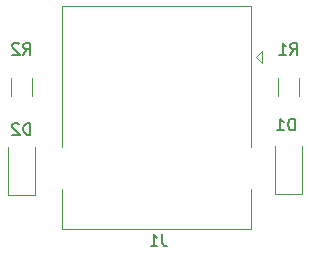
<source format=gbr>
%TF.GenerationSoftware,KiCad,Pcbnew,7.0.2-6a45011f42~172~ubuntu22.04.1*%
%TF.CreationDate,2023-07-12T14:03:09-05:00*%
%TF.ProjectId,Encoder,456e636f-6465-4722-9e6b-696361645f70,rev?*%
%TF.SameCoordinates,Original*%
%TF.FileFunction,Legend,Bot*%
%TF.FilePolarity,Positive*%
%FSLAX46Y46*%
G04 Gerber Fmt 4.6, Leading zero omitted, Abs format (unit mm)*
G04 Created by KiCad (PCBNEW 7.0.2-6a45011f42~172~ubuntu22.04.1) date 2023-07-12 14:03:09*
%MOMM*%
%LPD*%
G01*
G04 APERTURE LIST*
%ADD10C,0.150000*%
%ADD11C,0.120000*%
G04 APERTURE END LIST*
D10*
%TO.C,D2*%
X50338094Y-59662619D02*
X50338094Y-58662619D01*
X50338094Y-58662619D02*
X50099999Y-58662619D01*
X50099999Y-58662619D02*
X49957142Y-58710238D01*
X49957142Y-58710238D02*
X49861904Y-58805476D01*
X49861904Y-58805476D02*
X49814285Y-58900714D01*
X49814285Y-58900714D02*
X49766666Y-59091190D01*
X49766666Y-59091190D02*
X49766666Y-59234047D01*
X49766666Y-59234047D02*
X49814285Y-59424523D01*
X49814285Y-59424523D02*
X49861904Y-59519761D01*
X49861904Y-59519761D02*
X49957142Y-59615000D01*
X49957142Y-59615000D02*
X50099999Y-59662619D01*
X50099999Y-59662619D02*
X50338094Y-59662619D01*
X49385713Y-58757857D02*
X49338094Y-58710238D01*
X49338094Y-58710238D02*
X49242856Y-58662619D01*
X49242856Y-58662619D02*
X49004761Y-58662619D01*
X49004761Y-58662619D02*
X48909523Y-58710238D01*
X48909523Y-58710238D02*
X48861904Y-58757857D01*
X48861904Y-58757857D02*
X48814285Y-58853095D01*
X48814285Y-58853095D02*
X48814285Y-58948333D01*
X48814285Y-58948333D02*
X48861904Y-59091190D01*
X48861904Y-59091190D02*
X49433332Y-59662619D01*
X49433332Y-59662619D02*
X48814285Y-59662619D01*
%TO.C,J1*%
X61533333Y-68062619D02*
X61533333Y-68776904D01*
X61533333Y-68776904D02*
X61580952Y-68919761D01*
X61580952Y-68919761D02*
X61676190Y-69015000D01*
X61676190Y-69015000D02*
X61819047Y-69062619D01*
X61819047Y-69062619D02*
X61914285Y-69062619D01*
X60533333Y-69062619D02*
X61104761Y-69062619D01*
X60819047Y-69062619D02*
X60819047Y-68062619D01*
X60819047Y-68062619D02*
X60914285Y-68205476D01*
X60914285Y-68205476D02*
X61009523Y-68300714D01*
X61009523Y-68300714D02*
X61104761Y-68348333D01*
%TO.C,D1*%
X72738094Y-59262619D02*
X72738094Y-58262619D01*
X72738094Y-58262619D02*
X72499999Y-58262619D01*
X72499999Y-58262619D02*
X72357142Y-58310238D01*
X72357142Y-58310238D02*
X72261904Y-58405476D01*
X72261904Y-58405476D02*
X72214285Y-58500714D01*
X72214285Y-58500714D02*
X72166666Y-58691190D01*
X72166666Y-58691190D02*
X72166666Y-58834047D01*
X72166666Y-58834047D02*
X72214285Y-59024523D01*
X72214285Y-59024523D02*
X72261904Y-59119761D01*
X72261904Y-59119761D02*
X72357142Y-59215000D01*
X72357142Y-59215000D02*
X72499999Y-59262619D01*
X72499999Y-59262619D02*
X72738094Y-59262619D01*
X71214285Y-59262619D02*
X71785713Y-59262619D01*
X71499999Y-59262619D02*
X71499999Y-58262619D01*
X71499999Y-58262619D02*
X71595237Y-58405476D01*
X71595237Y-58405476D02*
X71690475Y-58500714D01*
X71690475Y-58500714D02*
X71785713Y-58548333D01*
%TO.C,R2*%
X49766666Y-52862619D02*
X50099999Y-52386428D01*
X50338094Y-52862619D02*
X50338094Y-51862619D01*
X50338094Y-51862619D02*
X49957142Y-51862619D01*
X49957142Y-51862619D02*
X49861904Y-51910238D01*
X49861904Y-51910238D02*
X49814285Y-51957857D01*
X49814285Y-51957857D02*
X49766666Y-52053095D01*
X49766666Y-52053095D02*
X49766666Y-52195952D01*
X49766666Y-52195952D02*
X49814285Y-52291190D01*
X49814285Y-52291190D02*
X49861904Y-52338809D01*
X49861904Y-52338809D02*
X49957142Y-52386428D01*
X49957142Y-52386428D02*
X50338094Y-52386428D01*
X49385713Y-51957857D02*
X49338094Y-51910238D01*
X49338094Y-51910238D02*
X49242856Y-51862619D01*
X49242856Y-51862619D02*
X49004761Y-51862619D01*
X49004761Y-51862619D02*
X48909523Y-51910238D01*
X48909523Y-51910238D02*
X48861904Y-51957857D01*
X48861904Y-51957857D02*
X48814285Y-52053095D01*
X48814285Y-52053095D02*
X48814285Y-52148333D01*
X48814285Y-52148333D02*
X48861904Y-52291190D01*
X48861904Y-52291190D02*
X49433332Y-52862619D01*
X49433332Y-52862619D02*
X48814285Y-52862619D01*
%TO.C,R1*%
X72366666Y-52862619D02*
X72699999Y-52386428D01*
X72938094Y-52862619D02*
X72938094Y-51862619D01*
X72938094Y-51862619D02*
X72557142Y-51862619D01*
X72557142Y-51862619D02*
X72461904Y-51910238D01*
X72461904Y-51910238D02*
X72414285Y-51957857D01*
X72414285Y-51957857D02*
X72366666Y-52053095D01*
X72366666Y-52053095D02*
X72366666Y-52195952D01*
X72366666Y-52195952D02*
X72414285Y-52291190D01*
X72414285Y-52291190D02*
X72461904Y-52338809D01*
X72461904Y-52338809D02*
X72557142Y-52386428D01*
X72557142Y-52386428D02*
X72938094Y-52386428D01*
X71414285Y-52862619D02*
X71985713Y-52862619D01*
X71699999Y-52862619D02*
X71699999Y-51862619D01*
X71699999Y-51862619D02*
X71795237Y-52005476D01*
X71795237Y-52005476D02*
X71890475Y-52100714D01*
X71890475Y-52100714D02*
X71985713Y-52148333D01*
D11*
%TO.C,D2*%
X48465000Y-64747500D02*
X48465000Y-60687500D01*
X50735000Y-64747500D02*
X48465000Y-64747500D01*
X50735000Y-60687500D02*
X50735000Y-64747500D01*
%TO.C,J1*%
X69931000Y-53548000D02*
X69423000Y-53040000D01*
X69931000Y-52532000D02*
X69931000Y-53548000D01*
X69423000Y-53040000D02*
X69931000Y-52532000D01*
X69055000Y-64190000D02*
X69055000Y-67630000D01*
X69055000Y-48760000D02*
X69055000Y-60690000D01*
X53035000Y-67630000D02*
X69055000Y-67630000D01*
X53035000Y-64190000D02*
X53035000Y-67630000D01*
X53035000Y-48760000D02*
X69055000Y-48760000D01*
X53035000Y-48760000D02*
X53035000Y-60690000D01*
%TO.C,D1*%
X71065000Y-64660000D02*
X71065000Y-60600000D01*
X73335000Y-64660000D02*
X71065000Y-64660000D01*
X73335000Y-60600000D02*
X73335000Y-64660000D01*
%TO.C,R2*%
X48690000Y-56327064D02*
X48690000Y-54872936D01*
X50510000Y-56327064D02*
X50510000Y-54872936D01*
%TO.C,R1*%
X71290000Y-56327064D02*
X71290000Y-54872936D01*
X73110000Y-56327064D02*
X73110000Y-54872936D01*
%TD*%
M02*

</source>
